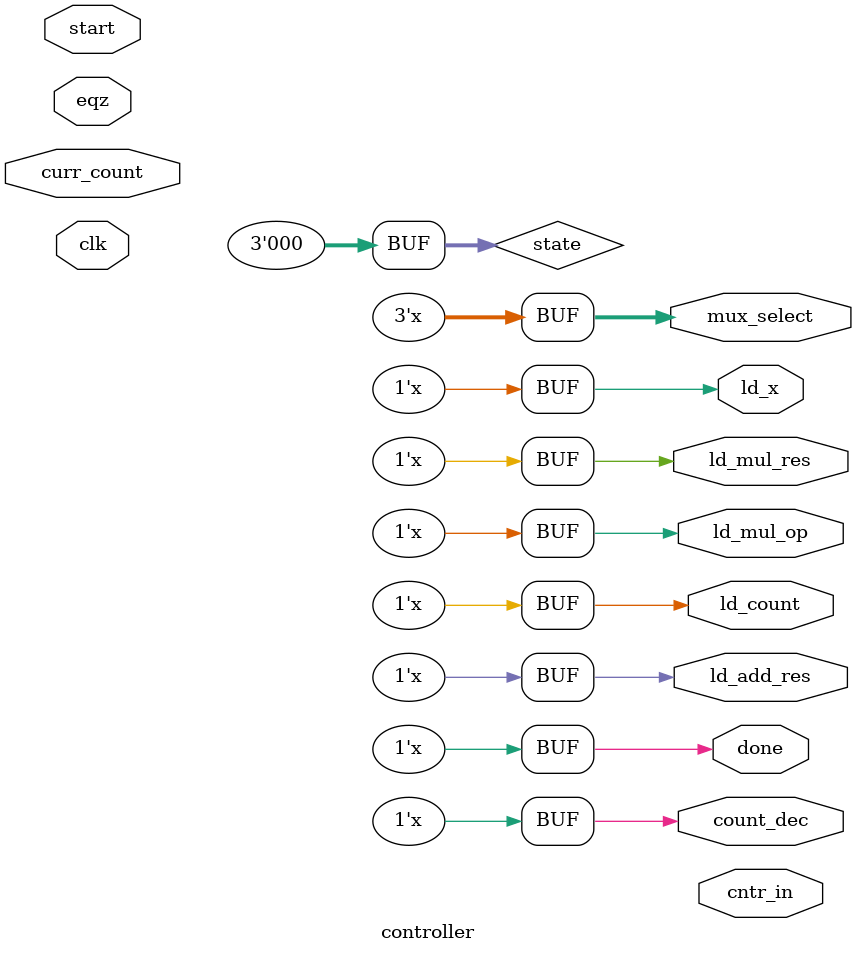
<source format=sv>
module lab1 #

(
	parameter WIDTHIN = 16,		// Input format is Q2.14 (2 integer bits + 14 fractional bits = 16 bits)
	parameter WIDTHOUT = 32,	// Intermediate/Output format is Q7.25 (7 integer bits + 25 fractional bits = 32 bits)
	parameter [WIDTHIN-1:0] A0 = 16'b01_00000000000000, // a0 = 1
	parameter [WIDTHIN-1:0] A1 = 16'b01_00000000000000, // a1 = 1
	parameter [WIDTHIN-1:0] A2 = 16'b00_10000000000000, // a2 = 1/2
	parameter [WIDTHIN-1:0] A3 = 16'b00_00101010101010, // a3 = 1/6
	parameter [WIDTHIN-1:0] A4 = 16'b00_00001010101010, // a4 = 1/24
	parameter [WIDTHIN-1:0] A5 = 16'b00_00000010001000  // a5 = 1/120
)
//
(
	input clk,
	input reset,
	

   input i_valid,
	input i_ready,
	output o_valid,
	output o_ready,
	output start, 

	input [WIDTHIN-1:0] i_x,
	output [WIDTHOUT-1:0] o_y
);

logic [WIDTHIN-1:0] x;	// Register to hold input X
logic [WIDTHOUT-1:0] y_Q;	// Register to hold output Y
logic valid_Q1;		// Output of register x is valid
logic valid_Q2;      // Output of register y is valid
logic [WIDTHOUT-1:0] y_D;		

logic [15:0] A5_reg;
logic [31:0] A4_reg;
logic [31:0] A3_reg;
logic [31:0] A2_reg;
logic [31:0] A1_reg;
logic [31:0] A0_reg;

logic [31:0] A0_out;
logic [31:0] A1_out;
logic [31:0] A2_out;
logic [31:0] A3_out;
logic [31:0] A4_out;
logic [15:0] A5_out;

// signal for enabling sequential circuit elements
logic enable;


logic [2:0] curr_count, mux_select, cntr_in;

	always @(posedge clk) begin
		if (enable) begin
		A5_reg <= A5;
		A4_reg <= {5'b00000, A4, 11'b00000000000};
		A3_reg <= {5'b00000, A3, 11'b00000000000};
		A2_reg <= {5'b00000, A2, 11'b00000000000};
		A1_reg <= {5'b00000, A1, 11'b00000000000};
		A0_reg <= {5'b00000, A0, 11'b00000000000};
		end 
		end
		
	

	
	always_comb begin
	
	A5_out = A5_reg;
	A4_out = A4_reg;
	A3_out = A3_reg;
	A2_out = A2_reg;
	A1_out = A1_reg;
	A0_out = A0_reg;
	enable = i_ready;
	end




datapath D (x, clk, reset, A0_out, A1_out, A2_out, A3_out, A4_out, A5_out, ld_mul_op, ld_x, ld_count, ld_mul_res, ld_add_res, count_dec, curr_count, mux_select, cntr_in, done, eqz, Y);
controller C (eqz, start, clk, ld_mul_op, ld_x, ld_count, ld_mul_res, ld_add_res, count_dec, curr_count, mux_select, cntr_in, done);

assign y_D = Y;


// Infer the registers
	always_ff @(posedge clk or posedge reset) begin
		if (reset) begin
			valid_Q1 <= 1'b0;
			valid_Q2 <= 1'b0;
			
			x <= 0;
			y_Q <= 0;
		end else if (enable & ld_x) begin
			// propagate the valid value
			valid_Q1 <= i_valid;
			valid_Q2 <= valid_Q1;
			
			// read in new x value
			x <= i_x;
			
			// output computed y value
			y_Q <= y_D;
		end
	end
   assign start =1;
	// assign outputs
   assign o_y = y_Q;
   

//	// ready for inputs as long as receiver is ready for outputs */
assign o_ready = i_ready;   		
assign o_valid = valid_Q2 & i_ready;	
endmodule



//**********************************************************************************************************************************************************

module datapath (x, clk, reset, A0_out, A1_out, A2_out, A3_out, A4_out, A5_out, ld_mul_op, ld_x, ld_count, ld_mul_res, ld_add_res, count_dec, curr_count, mux_select, cntr_in, done, eqz, Y);

	input clk, reset, ld_mul_op, ld_x, ld_count, ld_mul_res, ld_add_res, count_dec, done;
   input [31:0] A0_out, A1_out, A2_out, A3_out, A4_out;
	input [15:0] A5_out;
	input [15:0] x;
	output [2:0] curr_count;
	input [2:0] cntr_in;
	input [2:0] mux_select;
	output eqz;
	output [31:0] Y;

	

	//logic[31:0] mul_op_reg;
	logic [31:0] W1, W4, W5, W6;
	logic [15:0] W2;
	logic [2:0] W3;
	

	
	//assign curr_count = W3;

	mul_op M1 (.clk(clk), .ld(ld_mul_op), .count(W3), .i_in1(A5_out), .i_in2(W6), .o_out(W1));
	input_mod X (clk, ld_x, x, W2);//
	cntr C (.clk(clk), .ld(ld_count), .dec(count_dec), .i_in(cntr_in), .o_out(W3));//
	mul_mod Mul1 (.i_dataa(W1), .i_datab(W2), .o_res(W4));
	
	mux_mod MU1 (.clk(clk), .i_in0(A0_out), .i_in1(A1_out), .i_in2(A2_out), .i_in3(A3_out), .i_in4(A4_out), .select(mux_select), .o_mux(W5));//
	add_mod Add1 (W4, W5, W6);
	EQZ comp (W3, eqz);
	
	//W3 = cntr_in;
	//eqz = eqz;
	//Y = W6;
   //always_comb begin
	//curr_count = W3;
	//end
	assign curr_count = W3;



endmodule

	
	
module mul_op (clk, ld, count, i_in1, i_in2, o_out);
	input ld, clk;
	input [15:0] i_in1;
	input [31:0] i_in2;
	input [2:0] count;
	output [31:0] o_out;

	logic [31:0] res;

	always @(posedge clk) begin
			if (ld) begin
				if (count==3'b101)begin
				res <= i_in1;
				end
				else res <= i_in2;
				end
			end
		assign o_out = res;

		
endmodule
	
module input_mod (clk, ld, i_x, out);
	input clk, ld;
	input [15:0] i_x;
	output [15:0] out;
   logic [15:0] res;


	always @(posedge clk) begin

	if (ld) res <= i_x;

	end
assign out = res;
endmodule


module cntr (clk, ld, dec, i_in, o_out);
	input clk, ld, dec;
	input [2:0] i_in;
	output [2:0] o_out;
   
	logic [2:0] res;

	always @(posedge clk) begin

	if (ld) res <= 3'b101;
	else if (dec) res <= o_out - 3'b001;
	end
assign o_out = res;
endmodule



module mux_mod (clk, i_in0, i_in1, i_in2, i_in3, i_in4, select, o_mux);
	input clk;
	input[2:0] select;
	input [31:0] i_in0, i_in1, i_in2, i_in3, i_in4;
	output [31:0] o_mux;

	logic [31:0] res;

	always @(select or i_in0 or i_in1 or i_in2 or i_in3 or i_in4)
	begin
		if( select == 3'b000)
			res = i_in0;

		if( select == 3'b001)
			res = i_in1;

		if( select == 3'b010)
			res = i_in2;

		if( select == 3'b011)
			res = i_in3;
		
		if( select == 3'b100)
			res = i_in4;
	end

	assign o_mux=res;
endmodule



// Multiplier module for all the remaining 32x16 multiplications
module mul_mod (
	input  [31:0] i_dataa,
	input  [15:0] i_datab,
	output [31:0] o_res
);

logic [47:0] result;

always_comb begin
	result = i_dataa * i_datab;
end

assign o_res = result[45:14];

endmodule


// Adder module for all the 32b+16b addition operations 
module add_mod (
	input [31:0] i_dataa,
	input [31:0] i_datab,
	output [31:0] o_res
);

// The 16-bit Q2.14 input needs to be aligned with the 32-bit Q7.25 input by zero padding
assign o_res = i_dataa + i_datab;

endmodule

module EQZ (cnt, eqz);
	input [2:0] cnt;
	output eqz;

	assign eqz = (cnt==0);
endmodule

//***********************************************************************************************************************************************
module controller (eqz, start, clk, ld_mul_op, ld_x, ld_count, ld_mul_res, ld_add_res, count_dec, curr_count, mux_select, cntr_in, done);

	input eqz, start, clk;
	input [2:0] curr_count;
	output reg ld_mul_op, ld_x, ld_count, ld_mul_res, ld_add_res, count_dec, done;
	output logic [2:0] mux_select;
	output logic [2:0] cntr_in;

	reg [2:0] state;
	parameter s0=3'b000, s1= 3'b001, s2= 3'b010, s3=3'b011, s4=3'b100;

	always @(posedge clk)
	begin
	case(state)
	s0: state <= s1;
	s1: state <= s2; //push 5 into counter//
	s2: state <= s3; //push count-1 into mux_select
	s3: begin if (eqz) state<= s4; else state<=s2; end
	s4: state <= s0;

	default: state <= s0;
	endcase
	end

	always @(state)
	begin 
	case (state)
	s0: begin ld_mul_op = 0; ld_x = 0; ld_count = 0; ld_mul_res = 0; ld_add_res = 0; count_dec = 0; done=0; end
	s1: begin ld_mul_op = 1; ld_x = 0; ld_count = 1; end
	s2: begin ld_mul_res=1; ld_mul_op = 0; ld_x = 1; ld_count = 0; end
	s3: begin if (curr_count==3'b101) mux_select = curr_count - 3'b001; else mux_select=curr_count; ld_add_res = 1; count_dec=1; end
	s4: begin done=1; ld_add_res = 0; count_dec=0; end

	default: state <= s0;
	endcase
	end

endmodule







	
	
	


</source>
